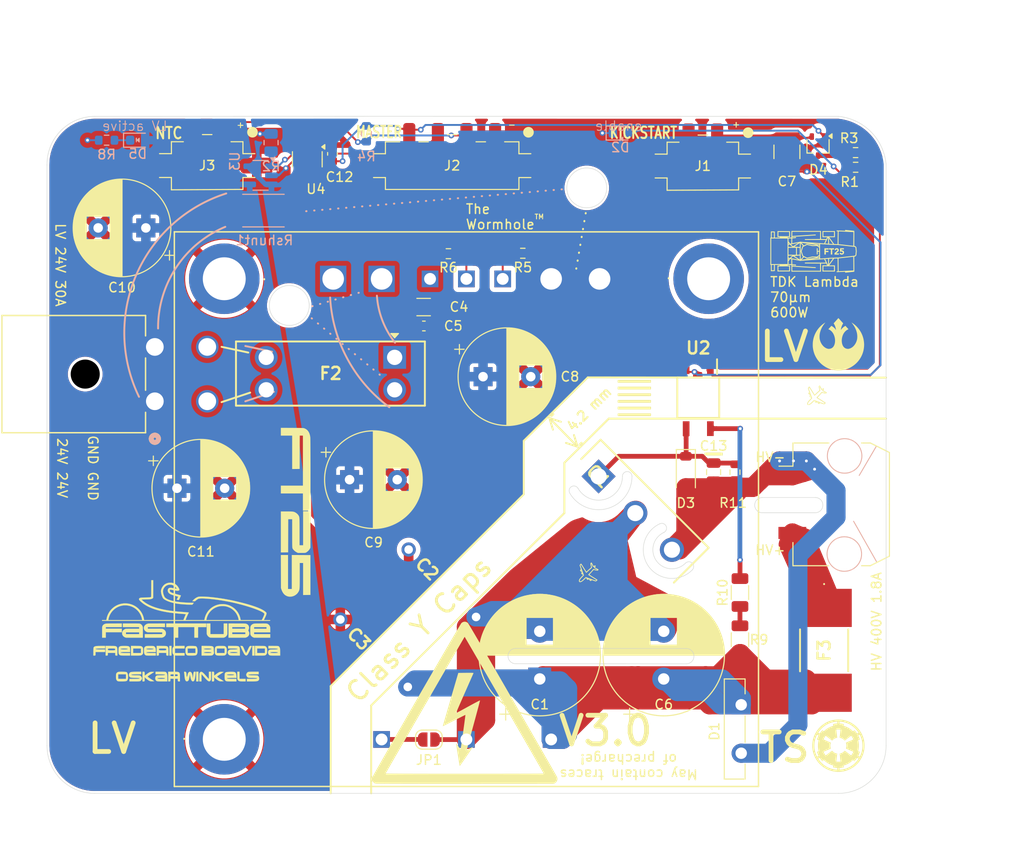
<source format=kicad_pcb>
(kicad_pcb
	(version 20241229)
	(generator "pcbnew")
	(generator_version "9.0")
	(general
		(thickness 1.67)
		(legacy_teardrops no)
	)
	(paper "A4")
	(layers
		(0 "F.Cu" mixed)
		(2 "B.Cu" mixed)
		(9 "F.Adhes" user "F.Adhesive")
		(11 "B.Adhes" user "B.Adhesive")
		(13 "F.Paste" user)
		(15 "B.Paste" user)
		(5 "F.SilkS" user "F.Silkscreen")
		(7 "B.SilkS" user "B.Silkscreen")
		(1 "F.Mask" user)
		(3 "B.Mask" user)
		(17 "Dwgs.User" user "User.Drawings")
		(19 "Cmts.User" user "User.Comments")
		(21 "Eco1.User" user "User.Eco1")
		(23 "Eco2.User" user "User.Eco2")
		(25 "Edge.Cuts" user)
		(27 "Margin" user)
		(31 "F.CrtYd" user "F.Courtyard")
		(29 "B.CrtYd" user "B.Courtyard")
		(35 "F.Fab" user)
		(33 "B.Fab" user)
		(39 "User.1" user)
		(41 "User.2" user)
		(43 "User.3" user)
		(45 "User.4" user)
		(47 "User.5" user)
		(49 "User.6" user)
		(51 "User.7" user)
		(53 "User.8" user)
		(55 "User.9" user)
	)
	(setup
		(stackup
			(layer "F.SilkS"
				(type "Top Silk Screen")
			)
			(layer "F.Paste"
				(type "Top Solder Paste")
			)
			(layer "F.Mask"
				(type "Top Solder Mask")
				(thickness 0.01)
			)
			(layer "F.Cu"
				(type "copper")
				(thickness 0.07)
			)
			(layer "dielectric 1"
				(type "core")
				(thickness 1.51)
				(material "FR4")
				(epsilon_r 4.5)
				(loss_tangent 0.02)
			)
			(layer "B.Cu"
				(type "copper")
				(thickness 0.07)
			)
			(layer "B.Mask"
				(type "Bottom Solder Mask")
				(thickness 0.01)
			)
			(layer "B.Paste"
				(type "Bottom Solder Paste")
			)
			(layer "B.SilkS"
				(type "Bottom Silk Screen")
			)
			(copper_finish "None")
			(dielectric_constraints no)
		)
		(pad_to_mask_clearance 0)
		(allow_soldermask_bridges_in_footprints no)
		(tenting front back)
		(pcbplotparams
			(layerselection 0x00000000_00000000_55555555_5755f5ff)
			(plot_on_all_layers_selection 0x00000000_00000000_00000000_00000000)
			(disableapertmacros no)
			(usegerberextensions no)
			(usegerberattributes yes)
			(usegerberadvancedattributes yes)
			(creategerberjobfile no)
			(dashed_line_dash_ratio 12.000000)
			(dashed_line_gap_ratio 3.000000)
			(svgprecision 4)
			(plotframeref no)
			(mode 1)
			(useauxorigin yes)
			(hpglpennumber 1)
			(hpglpenspeed 20)
			(hpglpendiameter 15.000000)
			(pdf_front_fp_property_popups yes)
			(pdf_back_fp_property_popups yes)
			(pdf_metadata yes)
			(pdf_single_document no)
			(dxfpolygonmode yes)
			(dxfimperialunits yes)
			(dxfusepcbnewfont yes)
			(psnegative no)
			(psa4output no)
			(plot_black_and_white yes)
			(plotinvisibletext no)
			(sketchpadsonfab no)
			(plotpadnumbers no)
			(hidednponfab no)
			(sketchdnponfab yes)
			(crossoutdnponfab yes)
			(subtractmaskfromsilk yes)
			(outputformat 1)
			(mirror no)
			(drillshape 0)
			(scaleselection 1)
			(outputdirectory "gerber/")
		)
	)
	(net 0 "")
	(net 1 "/-VIN")
	(net 2 "GND")
	(net 3 "Net-(D4-Pad3)")
	(net 4 "/+VIN")
	(net 5 "+3V3")
	(net 6 "/LV+")
	(net 7 "/3V_buttoncell")
	(net 8 "/TEMP_TSDCDC")
	(net 9 "/HV-in")
	(net 10 "/LV_I_measure")
	(net 11 "/I_meas_weak")
	(net 12 "Net-(U1-+S)")
	(net 13 "Net-(D2-A)")
	(net 14 "Net-(D5-K)")
	(net 15 "/Vout+")
	(net 16 "Net-(R3-Pad2)")
	(net 17 "Net-(U1-TRM)")
	(net 18 "/HV+in")
	(net 19 "/Enable_G")
	(net 20 "/Enable_Opto")
	(net 21 "Net-(JP1-A)")
	(net 22 "Net-(R10-Pad1)")
	(net 23 "/Vout-")
	(footprint "footprints:PH300A_thru_PH600A_TDK" (layer "F.Cu") (at 135.0925 126.345 90))
	(footprint "Capacitor_SMD:C_1210_3225Metric" (layer "F.Cu") (at 177.6 64.721001 -90))
	(footprint "Resistor_SMD:R_0603_1608Metric" (layer "F.Cu") (at 184.8 64.8))
	(footprint "footprints:airplane" (layer "F.Cu") (at 156.66 108.97 135))
	(footprint "Capacitor_SMD:C_0805_2012Metric" (layer "F.Cu") (at 169.91 98.309999 -90))
	(footprint "footprints:VY1471M29Y5UC63V0" (layer "F.Cu") (at 130.766058 113.762876 -45))
	(footprint "footprints:rebellion" (layer "F.Cu") (at 183 84.9))
	(footprint "FaSTTUBe_connectors:Micro_Mate-N-Lok_2p_vertical" (layer "F.Cu") (at 168.783 66.21))
	(footprint "Capacitor_THT:CP_Radial_D12.5mm_P5.00mm" (layer "F.Cu") (at 151.679369 120.000968 90))
	(footprint "Capacitor_THT:CP_Radial_D10.0mm_P5.00mm" (layer "F.Cu") (at 110.367678 72.7 180))
	(footprint "footprints:9775031360R" (layer "F.Cu") (at 118.59 78.03 180))
	(footprint "LOGO"
		(layer "F.Cu")
		(uuid "36ea3436-548e-4414-bac1-a7348850c228")
		(at 180.33 75.14)
		(property "Reference" "G***"
			(at 0 0 0)
			(layer "F.SilkS")
			(hide yes)
			(uuid "f973503b-fa37-47d9-b20f-d30676bb0e6c")
			(effects
				(font
					(size 1.5 1.5)
					(thickness 0.3)
				)
			)
		)
		(property "Value" "LOGO"
			(at 0.75 0 0)
			(layer "F.SilkS")
			(hide yes)
			(uuid "6387be7f-2b16-465c-8f89-140f5aa812b4")
			(effects
				(font
					(size 1.5 1.5)
					(thickness 0.3)
				)
			)
		)
		(property "Datasheet" ""
			(at 0 0 0)
			(layer "F.Fab")
			(hide yes)
			(uuid "41393a24-4ba8-4af2-84c5-5556a5cd9241")
			(effects
				(font
					(size 1.27 1.27)
					(thickness 0.15)
				)
			)
		)
		(property "Description" ""
			(at 0 0 0)
			(layer "F.Fab")
			(hide yes)
			(uuid "47d9374d-4d87-4be0-875b-3451ee135b5f")
			(effects
				(font
					(size 1.27 1.27)
					(thickness 0.15)
				)
			)
		)
		(attr board_only exclude_from_pos_files exclude_from_bom)
		(fp_poly
			(pts
				(xy 2.210106 -0.240934) (xy 2.210106 -0.176067) (xy 2.115122 -0.176067) (xy 2.020138 -0.176067)
				(xy 2.020138 0.088034) (xy 2.020138 0.352134) (xy 1.948322 0.352134) (xy 1.876505 0.352134) (xy 1.876505 0.088034)
				(xy 1.876505 -0.176067) (xy 1.781521 -0.176067) (xy 1.686538 -0.176067) (xy 1.686538 -0.240935)
				(xy 1.686537 -0.305801) (xy 1.948322 -0.305801) (xy 2.210106 -0.305801)
			)
			(stroke
				(width 0)
				(type solid)
			)
			(fill yes)
			(layer "F.SilkS")
			(uuid "7df8e5e8-4ee8-444f-be4a-2fc6df64b466")
		)
		(fp_poly
			(pts
				(xy 1.644837 -0.238617) (xy 1.644837 -0.171435) (xy 1.49657 -0.171434) (xy 1.348303 -0.171434) (xy 1.348303 -0.10425)
				(xy 1.348303 -0.037067) (xy 1.484987 -0.037067) (xy 1.621671 -0.037067) (xy 1.621671 0.030116) (xy 1.621671 0.0973)
				(xy 1.484987 0.0973) (xy 1.348303 0.0973) (xy 1.348303 0.224717) (xy 1.348303 0.352134) (xy 1.27417 0.352134)
				(xy 1.200036 0.352134) (xy 1.200036 0.023167) (xy 1.200037 -0.305801) (xy 1.422437 -0.305801) (xy 1.644836 -0.305801)
			)
			(stroke
				(width 0)
				(type solid)
			)
			(fill yes)
			(layer "F.SilkS")
			(uuid "79488fa3-17fb-4e16-b5f3-2b64540a352f")
		)
		(fp_poly
			(pts
				(xy 2.532179 -0.312678) (xy 2.576155 -0.304473) (xy 2.614922 -0.2894) (xy 2.648 -0.267744) (xy 2.67491 -0.239793)
				(xy 2.695172 -0.205832) (xy 2.704208 -0.181813) (xy 2.708716 -0.159076) (xy 2.7108 -0.130942) (xy 2.71048 -0.100955)
				(xy 2.707773 -0.072656) (xy 2.703574 -0.052464) (xy 2.698715 -0.037255) (xy 2.692926 -0.02316) (xy 2.685517 -0.009402)
				(xy 2.675798 0.004797) (xy 2.663078 0.020215) (xy 2.646666 0.037632) (xy 2.625872 0.057823) (xy 2.600005 0.081568)
				(xy 2.568374 0.109644) (xy 2.53029 0.142829) (xy 2.529931 0.14314) (xy 2.430439 0.229351) (xy 2.575106 0.230575)
				(xy 2.719774 0.231799) (xy 2.719774 0.291967) (xy 2.719774 0.352134) (xy 2.490308 0.352134) (xy 2.260843 0.352134)
				(xy 2.262116 0.277056) (xy 2.263389 0.201979) (xy 2.356056 0.119177) (xy 2.402943 0.077122) (xy 2.443117 0.04073)
				(xy 2.476929 0.009665) (xy 2.504727 -0.016408) (xy 2.526863 -0.037827) (xy 2.543685 -0.054929) (xy 2.555544 -0.06805)
				(xy 2.562789 -0.077524) (xy 2.565176 -0.081851) (xy 2.5716 -0.10729) (xy 2.569746 -0.130812) (xy 2.56056 -0.15134)
				(xy 2.544994 -0.167801) (xy 2.523994 -0.179121) (xy 2.49851 -0.184225) (xy 2.475724 -0.18314) (xy 2.452963 -0.175273)
				(xy 2.433454 -0.159912) (xy 2.418912 -0.1387) (xy 2.413064 -0.123046) (xy 2.407173 -0.101018) (xy 2.367714 -0.103927)
				(xy 2.344598 -0.10571) (xy 2.320508 -0.107692) (xy 2.30031 -0.109471) (xy 2.298702 -0.109622) (xy 2.269145 -0.112408)
				(xy 2.272093 -0.14061) (xy 2.280459 -0.177948) (xy 2.296913 -0.213524) (xy 2.320278 -0.245457) (xy 2.349375 -0.271863)
				(xy 2.357833 -0.277654) (xy 2.388158 -0.29404) (xy 2.420755 -0.305158) (xy 2.458064 -0.31171) (xy 2.483473 -0.313727)
			)
			(stroke
				(width 0)
				(type solid)
			)
			(fill yes)
			(layer "F.SilkS")
			(uuid "c06ae400-d6b0-4739-b2a0-6d35249e5efc")
		)
		(fp_poly
			(pts
				(xy 3.243342 -0.245567) (xy 3.243342 -0.185334) (xy 3.111291 -0.185334) (xy 2.979241 -0.185333)
				(xy 2.979241 -0.135525) (xy 2.979241 -0.085718) (xy 3.035999 -0.085703) (xy 3.075658 -0.084189)
				(xy 3.108746 -0.079239) (xy 3.137528 -0.070212) (xy 3.16427 -0.05647) (xy 3.181956 -0.044466) (xy 3.203555 -0.026318)
				(xy 3.221029 -0.006004) (xy 3.236416 0.019128) (xy 3.246178 0.039116) (xy 3.254238 0.063529) (xy 3.259574 0.09369)
				(xy 3.261941 0.126422) (xy 3.261098 0.158544) (xy 3.257324 0.184609) (xy 3.244399 0.223685) (xy 3.224208 0.260227)
				(xy 3.198098 0.292412) (xy 3.167418 0.318418) (xy 3.150847 0.328502) (xy 3.111135 0.345164) (xy 3.066727 0.356095)
				(xy 3.020478 0.360938) (xy 2.975243 0.359334) (xy 2.945754 0.354196) (xy 2.903627 0.339619) (xy 2.867264 0.317857)
				(xy 2.836999 0.289211) (xy 2.813163 0.253981) (xy 2.79881 0.220868) (xy 2.79432 0.207035) (xy 2.791744 0.197519)
				(xy 2.791552 0.194601) (xy 2.796444 0.193609) (xy 2.808775 0.190877) (xy 2.826961 0.186759) (xy 2.849416 0.181613)
				(xy 2.863407 0.178384) (xy 2.887539 0.172819) (xy 2.908262 0.168078) (xy 2.924002 0.164518) (xy 2.933186 0.162495)
				(xy 2.934883 0.162167) (xy 2.937199 0.166065) (xy 2.941475 0.175947) (xy 2.943919 0.182163) (xy 2.957618 0.206359)
				(xy 2.976856 0.224378) (xy 2.999977 0.235881) (xy 3.025322 0.240528) (xy 3.051235 0.23798) (xy 3.076057 0.227898)
				(xy 3.095075 0.213134) (xy 3.111612 0.190456) (xy 3.120769 0.164235) (xy 3.12262 0.136431) (xy 3.117245 0.108995)
				(xy 3.10472 0.083886) (xy 3.089275 0.066498) (xy 3.070671 0.05315) (xy 3.049056 0.043822) (xy 3.022749 0.038071)
				(xy 2.990066 0.035457) (xy 2.969974 0.03519) (xy 2.940708 0.035905) (xy 2.915232 0.038169) (xy 2.889963 0.042519)
				(xy 2.861313 0.04949) (xy 2.845988 0.053732) (xy 2.835519 0.056704) (xy 2.838042 -0.086323) (xy 2.838768 -0.123978)
				(xy 2.83959 -0.160526) (xy 2.840463 -0.194417) (xy 2.841344 -0.224098) (xy 2.842188 -0.248021) (xy 2.842954 -0.264633)
				(xy 2.843135 -0.267576) (xy 2.845706 -0.305801) (xy 3.044525 -0.305801) (xy 3.243342 -0.305801)
			)
			(stroke
				(width 0)
				(type solid)
			)
			(fill yes)
			(layer "F.SilkS")
			(uuid "5a963cb9-9510-4127-9f96-127e7c222fca")
		)
		(fp_poly
			(pts
				(xy 3.38727 -2.232811) (xy 3.40086 -2.231479) (xy 3.422092 -2.229358) (xy 3.450178 -2.22653) (xy 3.484329 -2.223073)
				(xy 3.523759 -2.219069) (xy 3.567678 -2.214599) (xy 3.615297 -2.209743) (xy 3.66583 -2.204582) (xy 3.718489 -2.199197)
				(xy 3.772484 -2.193667) (xy 3.827029 -2.188075) (xy 3.881335 -2.182501) (xy 3.934614 -2.177024)
				(xy 3.986077 -2.171727) (xy 4.034939 -2.166689) (xy 4.080407 -2.161992) (xy 4.121698 -2.157716)
				(xy 4.158021 -2.153941) (xy 4.188587 -2.150748) (xy 4.200017 -2.149547) (xy 4.234253 -2.145885)
				(xy 4.265408 -2.142435) (xy 4.292316 -2.139335) (xy 4.31381 -2.136726) (xy 4.328722 -2.134745) (xy 4.335885 -2.133532)
				(xy 4.336334 -2.133359) (xy 4.336533 -2.128574) (xy 4.336655 -2.115023) (xy 4.336705 -2.093209)
				(xy 4.336684 -2.063633) (xy 4.336595 -2.026795) (xy 4.33644 -1.983198) (xy 4.336223 -1.933343) (xy 4.335944 -1.877731)
				(xy 4.335608 -1.816864) (xy 4.335216 -1.751243) (xy 4.33477 -1.681369) (xy 4.334273 -1.607743) (xy 4.333728 -1.530869)
				(xy 4.333136 -1.451244) (xy 4.332871 -1.416624) (xy 4.332241 -1.334602) (xy 4.331634 -1.254271)
				(xy 4.33105 -1.176204) (xy 4.330496 -1.10097) (xy 4.329976 -1.029142) (xy 4.329492 -0.961291) (xy 4.329052 -0.897987)
				(xy 4.328655 -0.839801) (xy 4.328308 -0.787305) (xy 4.328013 -0.741071) (xy 4.327776 -0.701668)
				(xy 4.327599 -0.669669) (xy 4.327487 -0.645643) (xy 4.327444 -0.630164) (xy 4.327444 -0.627586)
				(xy 4.327545 -0.55322) (xy 4.37377 -0.54809) (xy 4.419996 -0.542959) (xy 4.484971 -0.483626) (xy 4.505281 -0.464833)
				(xy 4.522986 -0.44798) (xy 4.537024 -0.434118) (xy 4.546333 -0.424295) (xy 4.54985 -0.419562) (xy 4.549855 -0.419489)
				(xy 4.550293 -0.414027) (xy 4.551582 -0.400285) (xy 4.55363 -0.379199) (xy 4.556344 -0.351708) (xy 4.55963 -0.31875)
				(xy 4.563396 -0.281261) (xy 4.567548 -0.240179) (xy 4.571355 -0.202709) (xy 4.592945 0.009267) (xy 4.571355 0.221242)
				(xy 4.566945 0.264663) (xy 4.562841 0.305296) (xy 4.559137 0.342206) (xy 4.555926 0.374453) (xy 4.553301 0.401102)
				(xy 4.551353 0.421213) (xy 4.550178 0.433849) (xy 4.549855 0.438022) (xy 4.546612 0.442512) (xy 4.537531 0.452137)
				(xy 4.523674 0.465847) (xy 4.506105 0.482593) (xy 4.485885 0.501324) (xy 4.484971 0.50216) (xy 4.419997 0.561493)
				(xy 4.373769 0.566623) (xy 4.327545 0.571753) (xy 4.327444 0.646119) (xy 4.327469 0.65926) (xy 4.327563 0.681097)
				(xy 4.327723 0.711058) (xy 4.327945 0.748571) (xy 4.328225 0.793067) (xy 4.328559 0.843974) (xy 4.328943 0.90072)
				(xy 4.329373 0.962734) (xy 4.329846 1.029446) (xy 4.330356 1.100286) (xy 4.330901 1.17468) (xy 4.331477 1.252059)
				(xy 4.332079 1.33185) (xy 4.332704 1.413485) (xy 4.332871 1.435157) (xy 4.333481 1.5158) (xy 4.334047 1.593906)
				(xy 4.334564 1.668978) (xy 4.335032 1.740512) (xy 4.335447 1.808006) (xy 4.335808 1.870958) (xy 4.336111 1.928869)
				(xy 4.336355 1.981237) (xy 4.336537 2.02756) (xy 4.336653 2.067337) (xy 4.336704 2.100067) (xy 4.336685 2.125248)
				(xy 4.336594 2.142379) (xy 4.336429 2.150958) (xy 4.336335 2.151893) (xy 4.331377 2.152884) (xy 4.318367 2.15468)
				(xy 4.298472 2.157138) (xy 4.272859 2.160123) (xy 4.242694 2.163495) (xy 4.209148 2.167117) (xy 4.200017 2.168082)
				(xy 4.172233 2.170992) (xy 4.138346 2.174521) (xy 4.099146 2.178586) (xy 4.055419 2.183108) (xy 4.007954 2.188005)
				(xy 3.957539 2.193199) (xy 3.904962 2.198607) (xy 3.851011 2.204148) (xy 3.796475 2.209742) (xy 3.742141 2.215309)
				(xy 3.688796 2.220768) (xy 3.63723 2.226037) (xy 3.588231 2.231037) (xy 3.542586 2.235687) (xy 3.501083 2.239906)
				(xy 3.464512 2.243614) (xy 3.433658 2.246729) (xy 3.409312 2.249172) (xy 3.39226 2.250859) (xy 3.383291 2.251715)
				(xy 3.382109 2.251806) (xy 3.380255 2.247528) (xy 3.378178 2.23608) (xy 3.376217 2.219545) (xy 3.37545 2.210835)
				(xy 3.3736 2.191763) (xy 3.371439 2.175942) (xy 3.369333 2.165869) (xy 3.368582 2.163999) (xy 3.368194 2.163123)
				(xy 3.367841 2.162336) (xy 3.367055 2.161657) (xy 3.365358 2.161104) (xy 3.362276 2.160697) (xy 3.357337 2.160453)
				(xy 3.350069 2.160392) (xy 3.339994 2.160532) (xy 3.32664 2.16089) (xy 3.309536 2.161487) (xy 3.288204 2.162341)
				(xy 3.26217 2.16347) (xy 3.230964 2.164892) (xy 3.19411 2.166627) (xy 3.151135 2.168692) (xy 3.101565 2.171107)
				(xy 3.044926 2.17389) (xy 2.980744 2.177059) (xy 2.908545 2.180634) (xy 2.827857 2.184632) (xy 2.773776 2.187311)
				(xy 2.723126 2.189773) (xy 2.675244 2.19201) (xy 2.630927 2.19399) (xy 2.590972 2.195683) (xy 2.556177 2.197057)
				(xy 2.52734 2.198081) (xy 2.505257 2.198724) (xy 2.490727 2.198954) (xy 2.484548 2.198738) (xy 2.484397 2.198675)
				(xy 2.482972 2.193086) (xy 2.4815 2.180449) (xy 2.480208 2.162975) (xy 2.479683 2.152716) (xy 2.477796 2.109587)
				(xy 2.502643 2.106603) (xy 2.520245 2.105084) (xy 2.542271 2.103995) (xy 2.563398 2.103579) (xy 2.599307 2.103539)
				(xy 2.599205 2.03983) (xy 2.599136 2.026958) (xy 2.59896 2.005475) (xy 2.598682 1.976034) (xy 2.598313 1.939289)
				(xy 2.597857 1.895895) (xy 2.597323 1.846507) (xy 2.596718 1.791777) (xy 2.596049 1.732363) (xy 2.595323 1.668916)
				(xy 2.594547 1.602089) (xy 2.593729 1.53254) (xy 2.592876 1.460921) (xy 2.592357 1.417804) (xy 2.591488 1.345622)
				(xy 2.590651 1.275356) (xy 2.589851 1.207638) (xy 2.589097 1.143098) (xy 2.588395 1.08237) (xy 2.587752 1.026085)
				(xy 2.587175 0.974875) (xy 2.586672 0.929372) (xy 2.58625 0.890208) (xy 2.585916 0.858015) (xy 2.585677 0.833425)
				(xy 2.585539 0.817069) (xy 2.585508 0.811266) (xy 2.585407 0.763045) (xy 2.477681 0.76615) (xy 2.420738 0.767807)
				(xy 2.372367 0.769264) (xy 2.331872 0.770562) (xy 2.298559 0.771745) (xy 2.271738 0.772854) (xy 2.250712 0.773931)
				(xy 2.234789 0.775018) (xy 2.223275 0.776158) (xy 2.215478 0.777392) (xy 2.210703 0.778764) (xy 2.208257 0.780313)
				(xy 2.207447 0.782084) (xy 2.207419 0.782564) (xy 2.204733 0.787317) (xy 2.196946 0.798996) (xy 2.184444 0.817061)
				(xy 2.167617 0.84097) (xy 2.146849 0.870183) (xy 2.122527 0.90416) (xy 2.09504 0.94236) (xy 2.064773 0.984242)
				(xy 2.032115 1.029266) (xy 1.99745 1.07689) (xy 1.961168 1.126575) (xy 1.960005 1.128165) (xy 1.923623 1.177986)
				(xy 1.888809 1.225823) (xy 1.855956 1.271128) (xy 1.825453 1.313354) (xy 1.797694 1.351955) (xy 1.773068 1.386383)
				(xy 1.751966 1.416092) (xy 1.734781 1.440534) (xy 1.721903 1.459162) (xy 1.713724 1.47143) (xy 1.710635 1.47679)
				(xy 1.710627 1.476824) (xy 1.708624 1.487304) (xy 2.003382 1.487304) (xy 2.298139 1.487304) (xy 2.298144 1.583446)
				(xy 2.298213 1.608384) (xy 2.298406 1.641116) (xy 2.29871 1.680174) (xy 2.299111 1.724089) (xy 2.299595 1.771389)
				(xy 2.300147 1.820606) (xy 2.300755 1.870268) (xy 2.301218 1.905463) (xy 2.304286 2.131339) (xy 1.647305 2.131339)
				(xy 0.990323 2.131339) (xy 0.993195 2.113964) (xy 0.993689 2.106417) (xy 0.994158 2.090423) (xy 0.994594 2.066805)
				(xy 0.99496 2.038672) (xy 1.08875 2.038672) (xy 1.647111 2.038672) (xy 2.205472 2.038672) (xy 2.205472 1.809321)
				(xy 2.205472 1.579971) (xy 1.656421 1.579199) (xy 1.585739 1.579096) (xy 1.517565 1.578991) (xy 1.452484 1.578885)
				(xy 1.391074 1.578779) (xy 1.333918 1.578675) (xy 1.281595 1.578571) (xy 1.234689 1.578472) (xy 1.193778 1.578378)
				(xy 1.159447 1.57829) (xy 1.132272 1.578209) (xy 1.112838 1.578137) (xy 1.101725 1.578074) (xy 1.099261 1.57804)
				(xy 1.097423 1.578408) (xy 1.095875 1.580202) (xy 1.094589 1.584173) (xy 1.093535 1.591074) (xy 1.092682 1.601656)
				(xy 1.091999 1.61667) (xy 1.091456 1.636869) (xy 1.091023 1.663004) (xy 1.090669 1.695827) (xy 1.090364 1.736087)
				(xy 1.090077 1.784539) (xy 1.089951 1.808163) (xy 1.08875 2.038672) (xy 0.99496 2.038672) (xy 0.99499 2.036382)
				(xy 0.995338 1.999975) (xy 0.995631 1.958404) (xy 0.995862 1.912492) (xy 0.996024 1.863057) (xy 0.996108 1.810921)
				(xy 0.996118 1.78963) (xy 0.996169 1.482671) (xy 1.242123 1.482671) (xy 1.291787 1.482595) (xy 1.337431 1.482378)
				(xy 1.378334 1.48203) (xy 1.413769 1.481564) (xy 1.443013 1.480992) (xy 1.465339 1.480327) (xy 1.480024 1.47958)
				(xy 1.486341 1.478764) (xy 1.486531 1.478558) (xy 1.484152 1.47334) (xy 1.478357 1.461039) (xy 1.469747 1.442919)
				(xy 1.458926 1.420247) (xy 1.446495 1.394288) (xy 1.441011 1.382862) (xy 1.397037 1.291279) (xy 1.283478 1.294298)
				(xy 1.249685 1.295057) (xy 1.208904 1.295746) (xy 1.163413 1.296342) (xy 1.11549 1.296818) (xy 1.067413 1.297151)
				(xy 1.021462 1.297314) (xy 1.006594 1.297327) (xy 0.843269 1.297337) (xy 0.843269 1.721288) (xy 0.843269 2.145239)
				(xy -0.708148 2.145239) (xy -2.259563 2.145239) (xy -2.262634 1.935978) (xy -2.263315 1.886185)
				(xy -2.263944 1.833688) (xy -2.264503 1.780411) (xy -2.264976 1.728276) (xy -2.265345 1.679207)
				(xy -2.265592 1.635127) (xy -2.265702 1.59796) (xy -2.265706 1.590794) (xy -2.265739 1.55167) (xy -2.265876 1.520834)
				(xy -2.266173 1.497306) (xy -2.266692 1.480108) (xy -2.26749 1.46826) (xy -2.268626 1.460783) (xy -2.270157 1.456697)
				(xy -2.272141 1.455025) (xy -2.273814 1.454766) (xy -2.280294 1.454537) (xy -2.294854 1.453935)
				(xy -2.316319 1.453013) (xy -2.343512 1.451821) (xy -2.37526 1.450411) (xy -2.410382 1.448834) (xy -2.43019 1.447939)
				(xy -2.468142 1.446262) (xy -2.504686 1.44473) (xy -2.538371 1.443397) (xy -2.567745 1.442318) (xy -2.591357 1.441547)
				(xy -2.607758 1.441142) (xy -2.612049 1.441093) (xy -2.64564 1.44097) (xy -2.64564 1.468771) (xy -2.645639 1.496571)
				(xy -2.525331 1.496571) (xy -2.405021 1.496571) (xy -2.403705 1.805846) (xy -2.403515 1.858546)
				(xy -2.403401 1.908502) (xy -2.40336 1.954946) (xy -2.40339 1.997109) (xy -2.403489 2.034222) (xy -2.403653 2.065515)
				(xy -2.403881 2.090221) (xy -2.404171 2.107569) (xy -2.404518 2.116791) (xy -2.404706 2.118106)
				(xy -2.409529 2.11848) (xy -2.423095 2.118886) (xy -2.44488 2.119321) (xy -2.474362 2.119778) (xy -2.511016 2.120253)
				(xy -2.554319 2.12074) (xy -2.603749 2.121235) (xy -2.658781 2.121732) (xy -2.718891 2.122227) (xy -2.783558 2.122715)
				(xy -2.852257 2.12319) (xy -2.924462 2.123648) (xy -2.999654 2.124083) (xy -3.0638 2.124423) (xy -3.720577 2.127757)
				(xy -3.720577 1.81448) (xy -3.720577 1.593871) (xy -3.62791 1.593871) (xy -3.62791 1.814711) (xy -3.62791 2.03555)
				(xy -3.411698 2.032478) (xy -3.369215 2.031948) (xy -3.31891 2.031448) (xy -3.262228 2.030984) (xy -3.200615 2.030565)
				(xy -3.135516 2.030198) (xy -3.068375 2.029891) (xy -3.000637 2.029653) (xy -2.933749 2.02949) (xy -2.869154 2.029412)
				(xy -2.846385 2.029405) (xy -2.497283 2.029405) (xy -2.498486 1.81048) (xy -2.49969 1.591554) (xy -2.537915 1.591676)
				(xy -2.547579 1.591701) (xy -2.565869 1.591743) (xy -2.592146 1.591801) (xy -2.62577 1.591872) (xy -2.666099 1.591957)
				(xy -2.712496 1.592053) (xy -2.764319 1.592159) (xy -2.820929 1.592274) (xy -2.881685 1.592396)
				(xy -2.945948 1.592525) (xy -3.013077 1.592659) (xy -3.082432 1.592796) (xy -3.102025 1.592834)
				(xy -3.62791 1.593871) (xy -3.720577 1.593871) (xy -3.720577 1.501204) (xy -3.654551 1.501183) (xy -3.624666 1.500936)
				(xy -3.592334 1.500279) (xy -3.561481 1.499312) (xy -3.536401 1.498158) (xy -3.484276 1.495155)
				(xy -3.484276 1.468063) (xy -3.484276 1.44097) (xy -3.740716 1.44097) (xy -3.997156 1.44097) (xy -4.000524 1.764101)
				(xy -4.001097 1.817922) (xy -4.001663 1.868962) (xy -4.002214 1.916476) (xy -4.002738 1.959718)
				(xy -4.003227 1.997942) (xy -4.00367 2.030405) (xy -4.004058 2.056359) (xy -4.004382 2.07506) (xy -4.004631 2.085762)
				(xy -4.004755 2.088096) (xy -4.009616 2.088576) (xy -4.02259 2.089168) (xy -4.042528 2.089847) (xy -4.068278 2.090589)
				(xy -4.098689 2.091373) (xy -4.132609 2.092176) (xy -4.168888 2.092974) (xy -4.206373 2.093745)
				(xy -4.243913 2.094466) (xy -4.28036 2.095114) (xy -4.314559 2.095667) (xy -4.34536 2.096101) (xy -4.371612 2.096393)
				(xy -4.392163 2.096521) (xy -4.405862 2.096463) (xy -4.411559 2.096194) (xy -4.41163 2.096166) (xy -4.412287 2.091243)
				(xy -4.412909 2.077802) (xy -4.413489 2.056593) (xy -4.414016 2.028365) (xy -4.414482 1.993867)
				(xy -4.414878 1.953848) (xy -4.415193 1.909058) (xy -4.415422 1.860246) (xy -4.415551 1.808161)
				(xy -4.415578 1.769665) (xy -4.415578 1.445919) (xy -4.322912 1.44592) (xy -4.322911 1.632667) (xy -4.32283 1.677998)
				(xy -4.322597 1.724363) (xy -4.322233 1.770035) (xy -4.321755 1.813286) (xy -4.321184 1.852391)
				(xy -4.320538 1.885623) (xy -4.319861 1.910511) (xy -4.31681 2.001605) (xy -4.27237 2.001588) (xy -4.250095 2.001348)
				(xy -4.222113 2.000707) (xy -4.191967 1.999762) (xy -4.163205 1.99861) (xy -4.162654 1.998585) (xy -4.09738 1.995599)
				(xy -4.094329 1.722449) (xy -4.093807 1.672987) (xy -4.093375 1.626306) (xy -4.093037 1.583227)
				(xy -4.092796 1.544568) (xy -4.092653 1.51115) (xy -4.092615 1.483793) (xy -4.092685 1.463316) (xy -4.092866 1.450539)
				(xy -4.09313 1.446294) (xy -4.09808 1.445515) (xy -4.111021 1.444917) (xy -4.130668 1.444519) (xy -4.155749 1.444338)
				(xy -4.184984 1.444394) (xy -4.208947 1.444604) (xy -4.322912 1.44592) (xy -4.415578 1.445919) (xy -4.415578 1.445604)
				(xy -4.44609 1.445604) (xy -4.476601 1.445603) (xy -4.472918 1.340195) (xy -4.472551 1.32484) (xy -4.472203 1.300703)
				(xy -4.471875 1.268271) (xy -4.471567 1.22803) (xy -4.471279 1.180464) (xy -4.47101 1.126058) (xy -4.470761 1.065302)
				(xy -4.470532 0.998677) (xy -4.470323 0.92667) (xy -4.470132 0.849767) (xy -4.469964 0.768454) (xy -4.469814 0.683216)
				(xy -4.469683 0.594538) (xy -4.469572 0.502907) (xy -4.469482 0.408808) (xy -4.469412 0.312726)
				(xy -4.469361 0.215146) (xy -4.469329 0.116557) (xy -4.469318 0.017441) (xy -4.469319 0.009267)
				(xy -4.376195 0.009267) (xy -4.376195 1.348304) (xy -3.921735 1.348303) (xy -3.84542 1.348265) (xy -3.763054 1.348156)
				(xy -3.676284 1.347978) (xy -3.586755 1.34774) (xy -3.496112 1.347448) (xy -3.4755 1.34737) (xy -2.566874 1.347369)
				(xy -2.510115 1.350271) (xy -2.485398 1.351507) (xy -2.454562 1.353009) (xy -2.420743 1.354622)
				(xy -2.387079 1.356201) (xy -2.369956 1.35699) (xy -2.342439 1.358262) (xy -2.317591 1.359435) (xy -2.297116 1.360426)
				(xy -2.28272 1.361153) (xy -2.27648 1.361507) (xy -2.266404 1.362204) (xy -2.268995 1.099261) (xy -2.269489 1.050816)
				(xy -2.269988 1.005216) (xy -2.270479 0.963292) (xy -2.270952 0.925869) (xy -2.271395 0.893779)
				(xy -2.271407 0.893007) (xy -2.176597 0.893007) (xy -2.176496 0.920555) (xy -2.176287 0.953996)
				(xy -2.175973 0.992488) (xy -2.175561 1.035186) (xy -2.175055 1.081248) (xy -2.174701 1.110891)
				(xy -2.17154 1.365972) (xy -2.129432 1.368977) (xy -2.067771 1.373609) (xy -2.010185 1.378392) (xy -1.957281 1.383255)
				(xy -1.909674 1.388125) (xy -1.867971 1.39293) (xy -1.832783 1.397595) (xy -1.80472 1.40205) (xy -1.784393 1.406223)
				(xy -1.772412 1.410037) (xy -1.769774 1.411753) (xy -1.769529 1.417538) (xy -1.771735 1.42998) (xy -1.775956 1.446925)
				(xy -1.778921 1.457187) (xy -1.785239 1.477077) (xy -1.790133 1.489488) (xy -1.794401 1.495928)
				(xy -1.798845 1.497914) (xy -1.800426 1.497857) (xy -1.808153 1.49683) (xy -1.823059 1.494741) (xy -1.843149 1.491874)
				(xy -1.866434 1.488511) (xy -1.871871 1.48772) (xy -1.897523 1.484335) (xy -1.929466 1.480654) (xy -1.964746 1.476986)
				(xy -2.000406 1.473642) (xy -2.027089 1.471419) (xy -2.057452 1.46905) (xy -2.086497 1.466764) (xy -2.112259 1.464717)
				(xy -2.132778 1.463064) (xy -2.146087 1.461962) (xy -2.146397 1.461935) (xy -2.173039 1.459646)
				(xy -2.173039 1.489692) (xy -2.172691 1.506113) (xy -2.171285 1.515262) (xy -2.168279 1.519122)
				(xy -2.164797 1.519737) (xy -2.158723 1.520031) (xy -2.144281 1.520874) (xy -2.12235 1.522213) (xy -2.093809 1.52399)
				(xy -2.059538 1.526152) (xy -2.020415 1.528643) (xy -1.977319 1.531407) (xy -1.93113 1.534389) (xy -1.906488 1.535988)
				(xy -1.854929 1.539338) (xy -1.80268 1.542728) (xy -1.751135 1.546071) (xy -1.701688 1.549275) (xy -1.655732 1.55225)
				(xy -1.614661 1.554907) (xy -1.579869 1.557154) (xy -1.552749 1.558901) (xy -1.549854 1.559087)
				(xy -1.519396 1.561047) (xy -1.481663 1.56348) (xy -1.438624 1.566258) (xy -1.392251 1.569254) (xy -1.344516 1.57234)
				(xy -1.297389 1.575391) (xy -1.264903 1.577495) (xy -1.217015 1.580596) (xy -1.16498 1.583963) (xy -1.111213 1.587439)
				(xy -1.058137 1.590868) (xy -1.008165 1.594093) (xy -0.963719 1.596959) (xy -0.942887 1.598301)
				(xy -0.897305 1.601236) (xy -0.845716 1.60456) (xy -0.791355 1.608063) (xy -0.737462 1.611537) (xy -0.687275 1.614773)
				(xy -0.655619 1.616816) (xy -0.610848 1.619703) (xy -0.559926 1.622982) (xy -0.505948 1.626455)
				(xy -0.452011 1.629924) (xy -0.401211 1.633186) (xy -0.363718 1.635592) (xy -0.328419 1.637861)
				(xy -0.285555 1.640625) (xy -0.236806 1.643776) (xy -0.183852 1.647202) (xy -0.128376 1.650799)
				(xy -0.072057 1.654455) (xy -0.016577 1.658062) (xy 0.031407 1.661186) (xy 0.078504 1.664246) (xy 0.122931 1.667115)
				(xy 0.163807 1.669738) (xy 0.200251 1.672059) (xy 0.231381 1.674022) (xy 0.256316 1.675572) (xy 0.274174 1.676652)
				(xy 0.284073 1.677206) (xy 0.285714 1.677271) (xy 0.289145 1.678355) (xy 0.291125 1.682707) (xy 0.291847 1.691981)
				(xy 0.291504 1.70783) (xy 0.290854 1.721421) (xy 0.289553 1.740799) (xy 0.287959 1.756543) (xy 0.286321 1.766454)
				(xy 0.285478 1.768637) (xy 0.280651 1.768608) (xy 0.266958 1.768) (xy 0.24478 1.766836) (xy 0.214499 1.765141)
				(xy 0.176497 1.762937) (xy 0.131153 1.76025) (xy 0.078851 1.757101) (xy 0.019972 1.753516) (xy -0.045106 1.749517)
				(xy -0.115998 1.745128) (xy -0.192324 1.740372) (xy -0.273703 1.735274) (xy -0.359753 1.729857)
				(xy -0.450093 1.724144) (xy -0.544342 1.718159) (xy -0.642118 1.711925) (xy -0.743041 1.705468)
				(xy -0.846728 1.698808) (xy -0.944155 1.692531) (xy -1.050013 1.6857) (xy -1.153439 1.679031) (xy -1.254052 1.67255)
				(xy -1.351472 1.666279) (xy -1.445319 1.660243) (xy -1.535212 1.654466) (xy -1.620772 1.648974)
				(xy -1.701618 1.643789) (xy -1.77737 1.638936) (xy -1.847648 1.634441) (xy -1.912071 1.630326) (xy -1.97026 1.626617)
				(xy -2.021834 1.623337) (xy -2.066412 1.620512) (xy -2.103615 1.618164) (xy -2.133063 1.61632) (xy -2.154375 1.615002)
				(xy -2.167171 1.614236) (xy -2.171095 1.614039) (xy -2.171128 1.618662) (xy -2.171074 1.631645)
				(xy -2.170943 1.652082) (xy -2.170742 1.679067) (xy -2.170476 1.711694) (xy -2.170155 1.749057)
				(xy -2.169782 1.790249) (xy -2.169374 1.833647) (xy -2.167282 2.052572) (xy -0.707684 2.052572)
				(xy 0.751913 2.052572) (xy 0.748501 1.676113) (xy 0.747965 1.617934) (xy 0.747438 1.562492) (xy 0.746927 1.510476)
				(xy 0.746439 1.462575) (xy 0.745982 1.419482) (xy 0.745565 1.381879) (xy 0.745193 1.350461) (xy 0.744876 1.325917)
				(xy 0.74462 1.308934) (xy 0.744433 1.300203) (xy 0.74437 1.299146) (xy 0.739738 1.29906) (xy 0.726314 1.298912)
				(xy 0.704572 1.298707) (xy 0.674985 1.29845) (xy 0.63803 1.298141) (xy 0.594179 1.297786) (xy 0.543907 1.297389)
				(xy 0.487688 1.296953) (xy 0.425996 1.296482) (xy 0.359306 1.295979) (xy 0.288092 1.295448) (xy 0.212828 1.294894)
				(xy 0.133988 1.294318) (xy 0.052047 1.293726) (xy -0.032522 1.293121) (xy -0.050967 1.292989) (xy -0.136082 1.292366)
				(xy -0.218697 1.291727) (xy -0.298338 1.291076) (xy -0.374525 1.29042) (xy -0.446785 1.289762) (xy -0.51464 1.289109)
				(xy -0.577615 1.288467) (xy -0.635234 1.287838) (xy -0.687017 1.287229) (xy -0.732492 1.286647)
				(xy -0.771182 1.286094) (xy -0.80261 1.285578) (xy -0.8263 1.285103) (xy -0.841774 1.284674) (xy -0.848559 1.284296)
				(xy -0.848834 1.284224) (xy -0.849966 1.278521) (xy -0.850313 1.265798) (xy -0.849853 1.248265)
				(xy -0.849272 1.23771) (xy -0.84646 1.194313) (xy -0.241371 1.198332) (xy -0.165921 1.198806) (xy -0.087571 1.199245)
				(xy -0.006827 1.199647) (xy 0.075804 1.200015) (xy 0.159817 1.200345) (xy 0.244705 1.200641) (xy 0.329962 1.2009)
				(xy 0.415083 1.201123) (xy 0.49956 1.201308) (xy 0.582888 1.201456) (xy 0.664561 1.201569) (xy 0.744073 1.201645)
				(xy 0.820918 1.20168) (xy 0.894589 1.201678) (xy 0.964581 1.20164) (xy 1.030387 1.201562) (xy 1.091501 1.201446)
				(xy 1.147417 1.20129) (xy 1.19763 1.201096) (xy 1.241632 1.200862) (xy 1.278919 1.200589) (xy 1.308983 1.200276)
				(xy 1.331319 1.199923) (xy 1.34542 1.19953) (xy 1.35078 1.199096) (xy 1.350806 1.199078) (xy 1.349214 1.19475)
				(xy 1.344123 1.183101) (xy 1.336024 1.165174) (xy 1.325408 1.142014) (xy 1.312764 1.114663) (xy 1.298583 1.084164)
				(xy 1.283355 1.051563) (xy 1.26757 1.0179) (xy 1.251718 0.984222) (xy 1.23629 0.951571) (xy 1.221776 0.920988)
				(xy 1.208665 0.893521) (xy 1.197449 0.87021) (xy 1.188618 0.852101) (xy 1.18266 0.840235) (xy 1.180095 0.835685)
				(xy 1.175226 0.835695) (xy 1.161554 0.836353) (xy 1.139522 0.83763) (xy 1.10957 0.839495) (xy 1.07214 0.84192)
				(xy 1.027672 0.844876) (xy 0.976607 0.848331) (xy 0.919386 0.852257) (xy 0.85645 0.856627) (xy 0.788239 0.861409)
				(xy 0.715194 0.866573) (xy 0.685735 0.868667) (xy 0.663095 0.870269) (xy 0.632355 0.872428) (xy 0.594658 0.875065)
				(xy 0.551149 0.8781) (xy 0.502971 0.881454) (xy 0.451269 0.885047) (xy 0.397186 0.888799) (xy 0.341867 0.89263)
				(xy 0.286456 0.896461) (xy 0.284951 0.896566) (xy 0.176937 0.90403) (xy 0.077696 0.910891) (xy -0.013246 0.917182)
				(xy -0.09636 0.922935) (xy -0.172119 0.928184) (xy -0.240997 0.932962) (xy -0.303464 0.9373) (xy -0.359995 0.941234)
				(xy -0.411061 0.944794) (xy -0.457135 0.948013) (xy -0.49869 0.950924) (xy -0.536198 0.953561) (xy -0.549051 0.954467)
				(xy -0.578891 0.956562) (xy -0.616558 0.95919) (xy -0.660642 0.962254) (xy -0.709728 0.965655) (xy -0.7624 0.969296)
				(xy -0.817245 0.973079) (xy -0.872847 0.976906) (xy -0.927792 0.980679) (xy -0.949836 0.98219) (xy -1.01286 0.986511)
				(xy -1.067275 0.990257) (xy -1.113708 0.993486) (xy -1.152795 0.996259) (xy -1.185167 0.998635)
				(xy -1.211458 1.000672) (xy -1.232301 1.002429) (xy -1.248327 1.003966) (xy -1.26017 1.005342) (xy -1.268462 1.006617)
				(xy -1.273837 1.007848) (xy -1.276926 1.009095) (xy -1.278363 1.010417) (xy -1.27878 1.011874) (xy -1.278804 1.012926)
				(xy -1.282603 1.018344) (xy -1.286912 1.019325) (xy -1.292531 1.018476) (xy -1.306619 1.016012)
				(xy -1.328539 1.012051) (xy -1.357656 1.006711) (xy -1.393335 1.000111) (xy -1.434941 0.992369)
				(xy -1.481838 0.983603) (xy -1.533392 0.973932) (xy -1.588967 0.963474) (xy -1.647926 0.952347)
				(xy -1.709637 0.94067) (xy -1.734781 0.935903) (xy -1.797241 0.924076) (xy -1.857088 0.912784) (xy -1.913699 0.902139)
				(xy -1.953465 0.894691) (xy -1.182718 0.894691) (xy -1.181463 0.896526) (xy -1.178384 0.896375)
				(xy -1.172445 0.895435) (xy -1.157826 0.893191) (xy -1.135011 0.889716) (xy -1.104486 0.885085)
				(xy -1.066734 0.879368) (xy -1.022239 0.87264) (xy -0.971486 0.864975) (xy -0.914959 0.856444) (xy -0.853143 0.847121)
				(xy -0.786521 0.837079) (xy -0.736248 0.829506) (xy 1.283437 0.829506) (xy 1.285371 0.83409) (xy 1.290948 0.846313)
				(xy 1.299823 0.865444) (xy 1.311656 0.890755) (xy 1.326103 0.921518) (xy 1.342822 0.957002) (xy 1.361471 0.99648)
				(xy 1.381708 1.039222) (xy 1.403189 1.0845) (xy 1.404312 1.086863) (xy 1.426648 1.133895) (xy 1.448401 1.179705)
				(xy 1.46914 1.223387) (xy 1.488433 1.264033) (xy 1.50585 1.300734) (xy 1.52096 1.332582) (xy 1.53333 1.358667)
				(xy 1.542531 1.378082) (xy 1.547623 1.388845) (xy 1.556963 1.407744) (xy 1.565324 1.423077) (xy 1.571732 1.433155)
				(xy 1.575015 1.436337) (xy 1.580188 1.435472) (xy 1.580479 1.435179) (xy 1.580745 1.430338) (xy 1.581201 1.417174)
				(xy 1.581825 1.396605) (xy 1.582595 1.369556) (xy 1.58344 1.338627) (xy 1.677952 1.338627) (xy 1.678207 1.349718)
				(xy 1.678783 1.352937) (xy 1.681828 1.348916) (xy 1.689917 1.337994) (xy 1.702623 1.320751) (xy 1.719521 1.297767)
				(xy 1.740185 1.269622) (xy 1.764191 1.236896) (xy 1.791111 1.200169) (xy 1.820521 1.160021) (xy 1.851995 1.117032)
				(xy 1.885108 1.071782) (xy 1.889579 1.065669) (xy 1.9228 1.020219) (xy 1.954356 0.976973) (xy 1.983829 0.936509)
				(xy 2.010802 0.899402) (xy 2.034857 0.866229) (xy 2.055579 0.837567) (xy 2.072549 0.813991) (xy 2.085351 0.796077)
				(xy 2.093565 0.784403) (xy 2.096777 0.779544) (xy 2.096803 0.77944) (xy 2.092053 0.779288) (xy 2.079195 0.779455)
				(xy 2.059383 0.779902) (xy 2.033769 0.780591) (xy 2.003504 0.78148) (xy 1.969743 0.782532) (xy 1.933637 0.783705)
				(xy 1.896338 0.784961) (xy 1.859 0.786261) (xy 1.822775 0.787565) (xy 1.788815 0.788832) (xy 1.758272 0.790024)
				(xy 1.7323 0.791103) (xy 1.712051 0.792025) (xy 1.698677 0.792754) (xy 1.693331 0.79325) (xy 1.693288 0.793274)
				(xy 1.692863 0.798069) (xy 1.692256 0.811168) (xy 1.691498 0.83161) (xy 1.690619 0.858433) (xy 1.68965 0.890677)
				(xy 1.688622 0.92738) (xy 1.687565 0.967583) (xy 1.686964 0.991606) (xy 1.685818 1.037429) (xy 1.684622 1.083742)
				(xy 1.683421 1.128973) (xy 1.682258 1.171551) (xy 1.681174 1.209907) (xy 1.680215 1.242468) (xy 1.67942 1.267665)
				(xy 1.679281 1.271853) (xy 1.678498 1.298287) (xy 1.678052 1.321014) (xy 1.677952 1.338627) (xy 1.58344 1.338627)
				(xy 1.583486 1.336946) (xy 1.584477 1.299698) (xy 1.585544 1.258732) (xy 1.586665 1.214971) (xy 1.587817 1.169336)
				(xy 1.588978 1.122747) (xy 1.590124 1.076128) (xy 1.591233 1.030398) (xy 1.592282 0.98648) (xy 1.593248 0.945295)
				(xy 1.594108 0.907765) (xy 1.594839 0.874811) (xy 1.59542 0.847353) (xy 1.595825 0.826315) (xy 1.596035 0.812617)
				(xy 1.596025 0.807181) (xy 1.596013 0.807129) (xy 1.591202 0.806917) (xy 1.578503 0.807354) (xy 1.559214 0.808346)
				(xy 1.534635 0.809802) (xy 1.506062 0.811628) (xy 1.474798 0.813732) (xy 1.442139 0.816019) (xy 1.409386 0.818398)
				(xy 1.377836 0.820775) (xy 1.348789 0.823057) (xy 1.323544 0.825151) (xy 1.303399 0.826965) (xy 1.289654 0.828405)
				(xy 1.283607 0.829379) (xy 1.283437 0.829506) (xy -0.736248 0.829506) (xy -0.715578 0.826391) (xy -0.714841 0.82628)
				(xy -0.081856 0.82628) (xy -0.08122 0.829034) (xy -0.078767 0.829369) (xy -0.074953 0.827674) (xy -0.075678 0.82628)
				(xy -0.081177 0.825725) (xy -0.081856 0.82628) (xy -0.714841 0.82628) (xy -0.698092 0.823757) (xy -0.055333 0.823758)
				(xy -0.054628 0.823962) (xy -0.053461 0.824142) (xy -0.053284 0.824173) (xy -0.048025 0.823996)
				(xy -0.034245 0.823225) (xy -0.012669 0.821909) (xy 0.01598 0.820095) (xy 0.050977 0.817829) (xy 0.0916 0.81516)
				(xy 0.137123 0.812133) (xy 0.186823 0.808798) (xy 0.239976 0.8052) (xy 0.295858 0.801388) (xy 0.301167 0.801024)
				(xy 0.35717 0.797173) (xy 0.410437 0.793485) (xy 0.460255 0.790012) (xy 0.505907 0.786803) (xy 0.546678 0.783911)
				(xy 0.581854 0.781386) (xy 0.610719 0.779279) (xy 0.632557 0.777641) (xy 0.646656 0.776524) (xy 0.652295 0.775979)
				(xy 0.652368 0.775957) (xy 0.652881 0.771144) (xy 0.652861 0.75965) (xy 0.652367 0.745275) (xy 0.650985 0.715685)
				(xy 0.308117 0.767524) (xy 0.241453 0.777602) (xy 0.18337 0.786385) (xy 0.13329 0.793962) (xy 0.090632 0.800424)
				(xy 0.054816 0.805864) (xy 0.025264 0.81037) (xy 0.001391 0.814035) (xy -0.017378 0.816949) (xy -0.031626 0.819203)
				(xy -0.041931 0.820888) (xy -0.048874 0.822095) (xy -0.053036 0.822915) (xy -0.054995 0.823439)
				(xy -0.055333 0.823758) (xy -0.698092 0.823757) (xy -0.640798 0.815131) (xy -0.562666 0.803369)
				(xy -0.481666 0.791184) (xy -0.398281 0.778643) (xy -0.396152 0.778323) (xy -0.312822 0.765789)
				(xy -0.231929 0.753612) (xy -0.153952 0.741866) (xy -0.07937 0.730622) (xy -0.008663 0.719953) (xy 0.057691 0.709931)
				(xy 0.119212 0.70063) (xy 0.175421 0.692122) (xy 0.225839 0.684478) (xy 0.269988 0.677773) (xy 0.307385 0.672078)
				(xy 0.337554 0.667466) (xy 0.360016 0.664009) (xy 0.37429 0.66178) (xy 0.379898 0.660851) (xy 0.379933 0.660843)
				(xy 0.379681 0.659793) (xy 0.371923 0.658943) (xy 0.361401 0.658553) (xy 0.351224 0.658321) (xy 0.332934 0.657854)
				(xy 0.307679 0.657181) (xy 0.276607 0.656335) (xy 0.24087 0.655346) (xy 0.201615 0.654247) (xy 0.159991 0.653069)
				(xy 0.14595 0.652668) (xy -0.035966 0.647471) (xy 0.463161 0.647471) (xy 0.464457 0.648002) (xy 0.468971 0.6478)
				(xy 0.477786 0.646748) (xy 0.491989 0.644728) (xy 0.51266 0.641622) (xy 0.540888 0.637315) (xy 0.557558 0.634768)
				(xy 0.585496 0.63052) (xy 0.610203 0.626796) (xy 0.630254 0.623808) (xy 0.644228 0.621767) (xy 0.650701 0.620886)
				(xy 0.65095 0.620868) (xy 0.651895 0.616547) (xy 0.652659 0.604829) (xy 0.653155 0.587586) (xy 0.653302 0.569902)
				(xy 0.653116 0.549421) (xy 0.652612 0.532869) (xy 0.651873 0.522117) (xy 0.651112 0.518935) (xy 0.646895 0.521416)
				(xy 0.636334 0.528274) (xy 0.620721 0.538634) (xy 0.601344 0.551622) (xy 0.579495 0.566359) (xy 0.556463 0.58197)
				(xy 0.533539 0.59758) (xy 0.512012 0.612312) (xy 0.493174 0.625292) (xy 0.478313 0.635642) (xy 0.468721 0.642488)
				(xy 0.465883 0.644679) (xy 0.463998 0.646325) (xy 0.463161 0.647471) (xy -0.035966 0.647471) (xy -0.044017 0.647241)
				(xy -0.342868 0.713284) (xy -0.641718 0.779327) (xy -0.79171 0.701927) (xy -0.941701 0.624528) (xy -0.952061 0.63544)
				(xy -0.958763 0.642655) (xy -0.970295 0.655237) (xy -0.985283 0.671674) (xy -1.002345 0.690454)
				(xy -1.010663 0.699635) (xy -1.029669 0.720613) (xy -1.052872 0.746197) (xy -1.078235 0.774147)
				(xy -1.10372 0.802214) (xy -1.125194 0.825849) (xy -1.147108 0.850096) (xy -1.163247 0.868347) (xy -1.174181 0.881358)
				(xy -1.180482 0.889888) (xy -1.182718 0.894691) (xy -1.953465 0.894691) (xy -1.966451 0.892259)
				(xy -2.014719 0.883261) (xy -2.057883 0.875255) (xy -2.095319 0.868362) (xy -2.126404 0.862694)
				(xy -2.150514 0.858368) (xy -2.167027 0.855498) (xy -2.175319 0.854201) (xy -2.1762 0.854152) (xy -2.176454 0.858961)
				(xy -2.176585 0.872194) (xy -2.176597 0.893007) (xy -2.271407 0.893007) (xy -2.271795 0.867849)
				(xy -2.272146 0.848908) (xy -2.272431 0.837785) (xy -2.272596 0.835072) (xy -2.277392 0.833628)
				(xy -2.289081 0.831061) (xy -2.305417 0.827789) (xy -2.324157 0.82423) (xy -2.343055 0.820802) (xy -2.359866 0.817926)
				(xy -2.372344 0.816017) (xy -2.377783 0.815469) (xy -2.382814 0.819107) (xy -2.392881 0.829655)
				(xy -2.407524 0.846565) (xy -2.426279 0.869288) (xy -2.448687 0.897275) (xy -2.474284 0.929976)
				(xy -2.476209 0.932461) (xy -2.566789 1.049453) (xy -2.566831 1.198412) (xy -2.566874 1.347369)
				(xy -3.4755 1.34737) (xy -3.406 1.347107) (xy -3.318066 1.346724) (xy -3.233955 1.346302) (xy -3.155312 1.345851)
				(xy -3.083782 1.345375) (xy -3.063408 1.345223) (xy -2.65954 1.342143) (xy -2.65954 1.193095) (xy -2.659611 1.156856)
				(xy -2.659812 1.123653) (xy -2.660124 1.094605) (xy -2.660532 1.070826) (xy -2.661017 1.053434)
				(xy -2.661562 1.043545) (xy -2.661898 1.041688) (xy -2.662145 1.036887) (xy -2.662378 1.023326)
				(xy -2.662596 1.001515) (xy -2.662801 0.97196) (xy -2.662992 0.935172) (xy -2.663169 0.891656) (xy -2.663333 0.841922)
				(xy -2.663387 0.821797) (xy -2.566931 0.821797) (xy -2.566874 0.839408) (xy -2.566709 0.860783)
				(xy -2.566259 0.878075) (xy -2.565592 0.889598) (xy -2.564775 0.893659) (xy -2.564714 0.89362) (xy -2.561236 0.889331)
				(xy -2.553244 0.879122) (xy -2.541861 0.864434) (xy -2.528206 0.846706) (xy -2.52539 0.843039) (xy -2.488226 0.794619)
				(xy -2.517125 0.789043) (xy -2.537582 0.785026) (xy -2.55152 0.783122) (xy -2.560182 0.78459) (xy -2.56481 0.790688)
				(xy -2.566646 0.80267) (xy -2.566931 0.821797) (xy -2.663387 0.821797) (xy -2.663482 0.786477) (xy -2.663609 0.729562)
				(xy -2.298883 0.729562) (xy -2.297915 0.732277) (xy -2.293989 0.733811) (xy -2.293506 0.733928)
				(xy -2.287109 0.735232) (xy -2.272369 0.738108) (xy -2.250048 0.742409) (xy -2.220911 0.747991)
				(xy -2.185719 0.754708) (xy -2.145236 0.762415) (xy -2.100225 0.770966) (xy -2.051449 0.780215)
				(xy -1.999671 0.790016) (xy -1.962222 0.797097) (xy -1.907812 0.807388) (xy -1.855122 0.817375)
				(xy -1.805011 0.826891) (xy -1.75834 0.835776) (xy -1.715968 0.843863) (xy -1.678754 0.850987) (xy -1.647558 0.856987)
				(xy -1.623239 0.861696) (xy -1.606655 0.864951) (xy -1.60082 0.866128) (xy -1.578228 0.87078) (xy -1.563695 0.873557)
				(xy -1.556196 0.874421) (xy -1.55471 0.873335) (xy -1.558213 0.87026) (xy -1.565681 0.865158) (xy -1.566154 0.86484)
				(xy -1.572816 0.860528) (xy -1.586621 0.851735) (xy -1.606862 0.838906) (xy -1.632833 0.822486)
				(xy -1.663829 0.802921) (xy -1.699143 0.780656) (xy -1.73807 0.756138) (xy -1.779903 0.729811) (xy -1.823937 0.702122)
				(xy -1.838454 0.692997) (xy -2.094621 0.532016) (xy -2.152576 0.586868) (xy -2.176489 0.609499)
				(xy -2.202621 0.634227) (xy -2.228311 0.658535) (xy -2.250897 0.679904) (xy -2.25781 0.686443) (xy -2.276358 0.704107)
				(xy -2.288874 0.7165) (xy -2.296125 0.724644) (xy -2.298883 0.729562) (xy -2.663609 0.729562) (xy -2.663617 0.72583)
				(xy -2.663693 0.68487) (xy -2.571673 0.68487) (xy -2.540314 0.690127) (xy -2.519302 0.69366) (xy -2.49457 0.697834)
				(xy -2.47189 0.701674) (xy -2.453075 0.704574) (xy -2.436731 0.706572) (xy -2.425863 0.707313) (xy -2.424555 0.707275)
				(xy -2.418158 0.703798) (xy -2.405527 0.693951) (xy -2.386929 0.677972) (xy -2.36263 0.656097) (xy -2.332897 0.62856)
				(xy -2.297994 0.595599) (xy -2.29112 0.589048) (xy -2.263177 0.562299) (xy -2.237544 0.537598) (xy -2.214949 0.515664)
				(xy -2.208715 0.509553) (xy -1.950607 0.509553) (xy -1.9468 0.512291) (xy -1.935888 0.519472) (xy -1.918621 0.530621)
				(xy -1.89575 0.545269) (xy -1.868026 0.56294) (xy -1.8362 0.583162) (xy -1.801021 0.605462) (xy -1.763241 0.629367)
				(xy -1.723609 0.654404) (xy -1.682877 0.6801) (xy -1.641795 0.705983) (xy -1.601114 0.731579) (xy -1.561583 0.756416)
				(xy -1.523955 0.780021) (xy -1.488978 0.801921) (xy -1.457405 0.821641) (xy -1.429984 0.838711)
				(xy -1.407468 0.852657) (xy -1.390606 0.863005) (xy -1.380149 0.869285) (xy -1.376851 0.871069)
				(xy -1.376472 0.866591) (xy -1.376257 0.853775) (xy -1.376205 0.833549) (xy -1.376307 0.806839)
				(xy -1.376558 0.774573) (xy -1.376955 0.737678) (xy -1.377492 0.697081) (xy -1.377998 0.663817)
				(xy -1.378705 0.620969) (xy -1.379398 0.581082) (xy -1.38006 0.545089) (xy -1.380671 0.51392) (xy -1.381212 0.488508)
				(xy -1.381664 0.469782) (xy -1.382011 0.458676) (xy -1.382191 0.455901) (xy -1.386851 0.456086)
				(xy -1.398951 0.457069) (xy -1.416719 0.458694) (xy -1.438379 0.460807) (xy -1.44097 0.461066) (xy -1.457491 0.462673)
				(xy -1.48203 0.464986) (xy -1.513376 0.467892) (xy -1.550318 0.471282) (xy -1.591642 0.475044) (xy -1.636139 0.479068)
				(xy -1.682595 0.483242) (xy -1.724763 0.487008) (xy -1.769444 0.491035) (xy -1.811188 0.49489) (xy -1.849114 0.498486)
				(xy -1.882336 0.501734) (xy -1.909972 0.504545) (xy -1.93114 0.506833) (xy -1.944954 0.508509) (xy -1.950533 0.509483)
				(xy -1.950607 0.509553) (xy -2.208715 0.509553) (xy -2.196125 0.497211) (xy -2.1818 0.482955) (xy -2.172706 0.473613)
				(xy -2.169573 0.469902) (xy -2.169584 0.469879) (xy -2.174411 0.469525) (xy -2.187548 0.469178)
				(xy -2.208039 0.468848) (xy -2.234926 0.468543) (xy -2.26725 0.468275) (xy -2.304057 0.468053) (xy -2.344389 0.467886)
				(xy -2.370201 0.467817) (xy -2.56919 0.467385) (xy -2.570431 0.576127) (xy -2.571673 0.68487) (xy -2.663693 0.68487)
				(xy -2.663738 0.660488) (xy -2.663846 0.59096) (xy -2.66394 0.517753) (xy -2.66402 0.441375) (xy -2.664086 0.362335)
				(xy -2.664138 0.28114) (xy -2.664175 0.198299) (xy -2.6642 0.114319) (xy -2.66421 0.029708) (xy -2.664207 -0.055024)
				(xy -2.664189 -0.139372) (xy -2.664158 -0.222825) (xy -2.664113 -0.304878) (xy -2.664079 -0.350676)
				(xy -2.571507 -0.350675) (xy -2.571507 0.009953) (xy -2.571507 0.370583) (xy -2.336365 0.371827)
				(xy -2.283394 0.372113) (xy -2.227372 0.372428) (xy -2.170154 0.372758) (xy -2.1136 0.373095) (xy -2.059564 0.373425)
				(xy -2.009905 0.373739) (xy -1.96648 0.374025) (xy -1.943035 0.374186) (xy -1.784851 0.375301) (xy -1.781479 0.285374)
				(xy -1.780911 0.265127) (xy -1.780452 0.238243) (xy -1.780098 0.20563) (xy -1.779843 0.168198) (xy -1.779684 0.126856)
				(xy -1.779616 0.082512) (xy -1.779634 0.036074) (xy -1.77969 0.009267) (xy -1.686538 0.009267) (xy -1.686538 0.3753)
				(xy -1.606613 0.375163) (xy -1.573414 0.374667) (xy -1.536917 0.373396) (xy -1.500872 0.371526)
				(xy -1.469022 0.369229) (xy -1.459504 0.368351) (xy -1.435295 0.365969) (xy -1.414257 0.363943)
				(xy -1.398169 0.362441) (xy -1.388809 0.361631) (xy -1.387351 0.361539) (xy -1.386326 0.358071)
				(xy -1.385428 0.347555) (xy -1.384654 0.329734) (xy -1.384 0.30435) (xy -1.383461 0.271147) (xy -1.383036 0.229865)
				(xy -1.38272 0.180248) (xy -1.382509 0.122039) (xy -1.382399 0.054979) (xy -1.382385 0.018838) (xy -1.286957 0.018837)
				(xy -1.286947 0.094028) (xy -1.286884 0.168831) (xy -1.286771 0.242676) (xy -1.286609 0.314991)
				(xy -1.286398 0.385207) (xy -1.28614 0.452752) (xy -1.285835 0.517055) (xy -1.285488 0.577547) (xy -1.285097 0.633656)
				(xy -1.284662 0.684811) (xy -1.284186 0.730441) (xy -1.283671 0.769976) (xy -1.283117 0.802846)
				(xy -1.282525 0.828479) (xy -1.281897 0.846304) (xy -1.281234 0.855751) (xy -1.28085 0.857169) (xy -1.27761 0.853858)
				(xy -1.268878 0.844447) (xy -1.255369 0.829718) (xy -1.237797 0.810454) (xy -1.216877 0.787438)
				(xy -1.193321 0.761451) (xy -1.171985 0.73786) (xy -1.145814 0.708926) (xy -1.120848 0.681378) (xy -1.09796 0.65618)
				(xy -1.078025 0.63429) (xy -1.061919 0.616671) (xy -1.050516 0.604284) (xy -1.045723 0.599159) (xy -1.027261 0.579766)
				(xy -1.066709 0.560202) (xy -1.106158 0.540637) (xy -1.155745 0.389627) (xy -1.169744 0.347011)
				(xy -1.184856 0.301041) (xy -1.20031 0.254053) (xy -1.215338 0.208385) (xy -1.229172 0.166372) (xy -1.241043 0.130349)
				(xy -1.243157 0.123942) (xy -1.280981 0.009267) (xy -1.181919 0.009267) (xy -1.105356 0.242092)
				(xy -1.028794 0.474918) (xy -0.828306 0.57788) (xy -0.788293 0.598318) (xy -0.750658 0.617325) (xy -0.716228 0.6345)
				(xy -0.685826 0.649443) (xy -0.66028 0.661749) (xy -0.640412 0.671021) (xy -0.627048 0.676855) (xy -0.621014 0.678849)
				(xy -0.620868 0.67883) (xy -0.615222 0.677504) (xy -0.601316 0.67437) (xy -0.579943 0.669601) (xy -0.551894 0.663374)
				(xy -0.517962 0.655863) (xy -0.478939 0.647245) (xy -0.435616 0.637694) (xy -0.388787 0.627386)
				(xy -0.339242 0.616495) (xy -0.331284 0.614748) (xy -0.04865 0.552678) (xy 0.141317 0.558648) (xy 0.184285 0.559974)
				(xy 0.225962 0.561214) (xy 0.265073 0.562334) (xy 0.300345 0.563298) (xy 0.330503 0.564073) (xy 0.354274 0.564623)
				(xy 0.370385 0.564915) (xy 0.373136 0.564944) (xy 0.414988 0.565268) (xy 0.532987 0.484806) (xy 0.650985 0.404343)
				(xy 0.650819 0.378239) (xy 0.650747 0.367149) (xy 0.650622 0.348161) (xy 0.650453 0.322645) (xy 0.650249 0.291969)
				(xy 0.65002 0.257506) (xy 0.649773 0.22062) (xy 0.649661 0.203867) (xy 0.649048 0.11239) (xy 0.74401 0.11239)
				(xy 0.744036 0.183306) (xy 0.744117 0.252672) (xy 0.744255 0.319886) (xy 0.74445 0.384347) (xy 0.744705 0.445455)
				(xy 0.745018 0.502607) (xy 0.745393 0.555205) (xy 0.745828 0.602644) (xy 0.746327 0.644328) (xy 0.746888 0.679652)
				(xy 0.747513 0.708017) (xy 0.748204 0.728822) (xy 0.748901 0.740802) (xy 0.751473 0.770385) (xy 0.782313 0.767729)
				(xy 0.791641 0.767011) (xy 0.809464 0.765722) (xy 0.835033 0.763916) (xy 0.867597 0.761642) (xy 0.871885 0.761345)
				(xy 2.679697 0.761345) (xy 2.679715 0.774654) (xy 2.679829 0.795967) (xy 2.680031 0.824652) (xy 2.680315 0.860078)
				(xy 2.680674 0.901614) (xy 2.681101 0.948628) (xy 2.68159 1.000489) (xy 2.682134 1.056567) (xy 2.682725 1.116229)
				(xy 2.683358 1.178844) (xy 2.684025 1.243782) (xy 2.68472 1.310411) (xy 2.685436 1.378099) (xy 2.686165 1.446217)
				(xy 2.686902 1.51413) (xy 2.68764 1.58121) (xy 2.688371 1.646824) (
... [854001 chars truncated]
</source>
